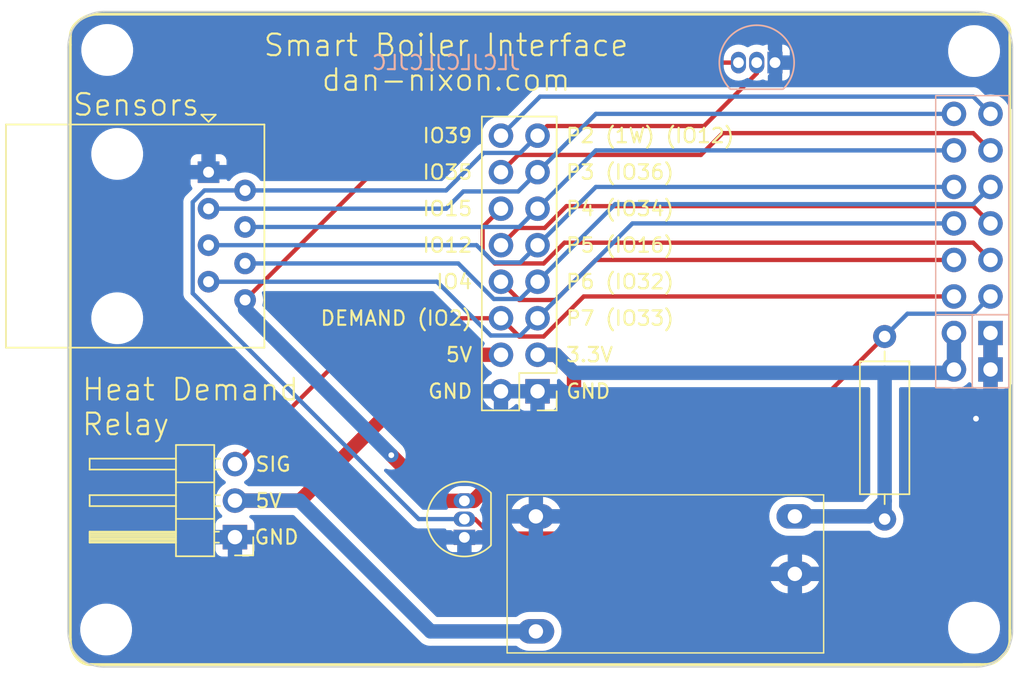
<source format=kicad_pcb>
(kicad_pcb (version 20221018) (generator pcbnew)
  (layers (0 "F.Cu" signal) (31 "B.Cu" signal) (34 "B.Paste" user) (35 "F.Paste" user) (36 "B.SilkS" user "B.Silkscreen") (37 "F.SilkS" user "F.Silkscreen") (38 "B.Mask" user) (39 "F.Mask" user) (44 "Edge.Cuts" user))
  (net 0 "")
  (net 1 "GND")
  (net 2 "/ONEWIRE")
  (net 3 "/P3")
  (net 4 "/P4")
  (net 5 "/P5")
  (net 6 "/P6")
  (net 7 "/P7")
  (net 8 "+3.3V")
  (net 9 "+5V")
  (net 10 "/HEAT_DEMAND_RELAY")
  (net 11 "/IO4")
  (net 12 "/IO12")
  (net 13 "/IO15")
  (net 14 "/IO35")
  (net 15 "/IO39")
  (footprint "Resistor_THT:R_Axial_DIN0309_L9.0mm_D3.2mm_P12.70mm_Horizontal" (layer "F.Cu") (at 128.27 92.71 90)
    (fp_text reference "R1" hide)
    (fp_text value "4k7")
    (fp_line (start 1.04 0) (end 1.73 0) (stroke (width 0.12)) (layer "F.SilkS"))
    (fp_line (start 1.73 -1.72) (end 1.73 1.72) (stroke (width 0.12)) (layer "F.SilkS"))
    (fp_line (start 1.73 1.72) (end 10.97 1.72) (stroke (width 0.12)) (layer "F.SilkS"))
    (fp_line (start 10.97 -1.72) (end 1.73 -1.72) (stroke (width 0.12)) (layer "F.SilkS"))
    (fp_line (start 10.97 1.72) (end 10.97 -1.72) (stroke (width 0.12)) (layer "F.SilkS"))
    (fp_line (start 11.66 0) (end 10.97 0) (stroke (width 0.12)) (layer "F.SilkS"))
    (pad "1" thru_hole circle (at 0 0 90) (size 1.6 1.6) (drill 0.8) (layers "*.Cu" "*.Mask") (net 8 "+3.3V"))
    (pad "2" thru_hole oval (at 12.7 0 90) (size 1.6 1.6) (drill 0.8) (layers "*.Cu" "*.Mask") (net 2 "/ONEWIRE"))
  )
  (footprint "esphome_devices:LILYGO-T-INTERNET-POE" (layer "F.Cu") (at 134.358 73.415)
    (fp_text reference "U1" hide)
    (fp_text value "LILYGO-T-INTERNET-POE" hide)
    (fp_line (start -2.54 5.08) (end 2.54 5.08) (stroke (width 0.1)) (layer "B.SilkS"))
    (fp_line (start 0 5.08) (end 0 10.16) (stroke (width 0.1)) (layer "B.SilkS"))
    (fp_line (start 2.54 5.08) (end 0 5.08) (stroke (width 0.1)) (layer "B.SilkS"))
    (fp_rect (start -2.54 -10.16) (end 2.54 10.16) (stroke (width 0.1)) (fill none) (layer "B.SilkS"))
    (fp_line (start -62.6872 -13.6906) (end -62.6872 -14.279905) (stroke (width 0.2)) (layer "F.SilkS"))
    (fp_line (start -62.6872 27.6352) (end -62.6872 -13.6906) (stroke (width 0.2)) (layer "F.SilkS"))
    (fp_line (start -62.6872 27.708537) (end -62.6872 27.6352) (stroke (width 0.2)) (layer "F.SilkS"))
    (fp_line (start -62.3316 -15.1384) (end -62.238496 -15.231504) (stroke (width 0.2)) (layer "F.SilkS"))
    (fp_line (start -61.3156 29.4132) (end 0.889 29.4132) (stroke (width 0.2)) (layer "F.SilkS"))
    (fp_line (start -61.269905 29.4132) (end -61.1378 29.4132) (stroke (width 0.2)) (layer "F.SilkS"))
    (fp_line (start -60.8076 -15.8242) (end 0.5588 -15.8242) (stroke (width 0.2)) (layer "F.SilkS"))
    (fp_line (start -0.6096 29.4132) (end 0.528731 29.4132) (stroke (width 0.2)) (layer "F.SilkS"))
    (fp_line (start 0.5588 -15.8242) (end 0.987737 -15.8242) (stroke (width 0.2)) (layer "F.SilkS"))
    (fp_line (start 1.929653 28.982147) (end 2.1844 28.7274) (stroke (width 0.2)) (layer "F.SilkS"))
    (fp_line (start 2.6162 -13.9954) (end 2.6162 -14.59087) (stroke (width 0.2)) (layer "F.SilkS"))
    (fp_line (start 2.6162 -13.9954) (end 2.6162 -14.243985) (stroke (width 0.2)) (layer "F.SilkS"))
    (fp_line (start 2.6162 27.684943) (end 2.6162 -13.9954) (stroke (width 0.2)) (layer "F.SilkS"))
    (fp_line (start 2.6162 27.684943) (end 2.6162 27.0002) (stroke (width 0.2)) (layer "F.SilkS"))
    (fp_arc (start -62.6872 -14.279905) (mid -62.594783 -14.744519) (end -62.3316 -15.1384) (stroke (width 0.2)) (layer "F.SilkS"))
    (fp_arc (start -62.238496 -15.231504) (mid -61.581995 -15.670163) (end -60.8076 -15.8242) (stroke (width 0.2)) (layer "F.SilkS"))
    (fp_arc (start -62.1284 29.0576) (mid -62.541973 28.438645) (end -62.6872 27.708537) (stroke (width 0.2)) (layer "F.SilkS"))
    (fp_arc (start -61.269905 29.4132) (mid -61.734519 29.320783) (end -62.1284 29.0576) (stroke (width 0.2)) (layer "F.SilkS"))
    (fp_arc (start 0.987737 -15.8242) (mid 1.717847 -15.678979) (end 2.3368 -15.2654) (stroke (width 0.2)) (layer "F.SilkS"))
    (fp_arc (start 1.929653 28.982147) (mid 1.452201 29.301181) (end 0.889 29.4132) (stroke (width 0.2)) (layer "F.SilkS"))
    (fp_arc (start 2.3368 -15.2654) (mid 2.543582 -14.955923) (end 2.6162 -14.59087) (stroke (width 0.2)) (layer "F.SilkS"))
    (fp_arc (start 2.6162 27.684943) (mid 2.503983 28.249118) (end 2.1844 28.7274) (stroke (width 0.2)) (layer "F.SilkS"))
    (pad "" np_thru_hole circle (at -60.198 26.9748) (size 3.2 3.2) (drill 3.2) (layers "F&B.Cu" "*.Mask"))
    (pad "" np_thru_hole circle (at -60.1218 -13.335) (size 3.2 3.2) (drill 3.2) (layers "F&B.Cu" "*.Mask"))
    (pad "" np_thru_hole circle (at 0.127 -13.2588) (size 3.2 3.2) (drill 3.2) (layers "F&B.Cu" "*.Mask"))
    (pad "" np_thru_hole circle (at 0.127 26.8478) (size 3.2 3.2) (drill 3.2) (layers "F&B.Cu" "*.Mask"))
    (pad "1" thru_hole circle (at -1.27 -8.89) (size 1.7 1.7) (drill 1) (layers "*.Cu" "*.Mask") (net 3 "/P3"))
    (pad "2" thru_hole circle (at 1.27 -8.89) (size 1.7 1.7) (drill 1) (layers "*.Cu" "*.Mask") (net 15 "/IO39"))
    (pad "3" thru_hole circle (at -1.27 -6.35) (size 1.7 1.7) (drill 1) (layers "*.Cu" "*.Mask") (net 4 "/P4"))
    (pad "4" thru_hole circle (at 1.27 -6.35) (size 1.7 1.7) (drill 1) (layers "*.Cu" "*.Mask") (net 14 "/IO35"))
    (pad "5" thru_hole circle (at -1.27 -3.81) (size 1.7 1.7) (drill 1) (layers "*.Cu" "*.Mask") (net 5 "/P5"))
    (pad "6" thru_hole circle (at 1.27 -3.81) (size 1.7 1.7) (drill 1) (layers "*.Cu" "*.Mask") (net 6 "/P6"))
    (pad "7" thru_hole circle (at -1.27 -1.27) (size 1.7 1.7) (drill 1) (layers "*.Cu" "*.Mask") (net 7 "/P7"))
    (pad "8" thru_hole circle (at 1.27 -1.27) (size 1.7 1.7) (drill 1) (layers "*.Cu" "*.Mask") (net 12 "/IO12"))
    (pad "9" thru_hole circle (at -1.27 1.27) (size 1.7 1.7) (drill 1) (layers "*.Cu" "*.Mask") (net 11 "/IO4"))
    (pad "10" thru_hole circle (at 1.27 1.27) (size 1.7 1.7) (drill 1) (layers "*.Cu" "*.Mask") (net 13 "/IO15"))
    (pad "11" thru_hole circle (at -1.27 3.81) (size 1.7 1.7) (drill 1) (layers "*.Cu" "*.Mask") (net 10 "/HEAT_DEMAND_RELAY"))
    (pad "12" thru_hole circle (at 1.27 3.81) (size 1.7 1.7) (drill 1) (layers "*.Cu" "*.Mask") (net 2 "/ONEWIRE"))
    (pad "13" thru_hole circle (at -1.27 6.35) (size 1.7 1.7) (drill 1) (layers "*.Cu" "*.Mask") (net 8 "+3.3V"))
    (pad "14" thru_hole rect (at 1.27 6.35) (size 1.7 1.7) (drill 1) (layers "*.Cu" "*.Mask") (net 1 "GND"))
    (pad "15" thru_hole circle (at -1.27 8.89) (size 1.7 1.7) (drill 1) (layers "*.Cu" "*.Mask") (net 8 "+3.3V"))
    (pad "16" thru_hole rect (at 1.27 8.89) (size 1.7 1.7) (drill 1) (layers "*.Cu" "*.Mask") (net 1 "GND"))
  )
  (footprint "Connector_PinHeader_2.54mm:PinHeader_2x08_P2.54mm_Vertical" (layer "F.Cu") (at 104.145 83.82 180)
    (fp_text reference "J2" hide)
    (fp_text value "Conn_02x08_Odd_Even" hide)
    (fp_line (start -1.33 -1.33) (end 0 -1.33) (stroke (width 0.12)) (layer "F.SilkS"))
    (fp_line (start -1.33 0) (end -1.33 -1.33) (stroke (width 0.12)) (layer "F.SilkS"))
    (fp_line (start -1.33 1.27) (end -1.33 19.11) (stroke (width 0.12)) (layer "F.SilkS"))
    (fp_line (start -1.33 1.27) (end 1.27 1.27) (stroke (width 0.12)) (layer "F.SilkS"))
    (fp_line (start -1.33 19.11) (end 3.87 19.11) (stroke (width 0.12)) (layer "F.SilkS"))
    (fp_line (start 1.27 -1.33) (end 3.87 -1.33) (stroke (width 0.12)) (layer "F.SilkS"))
    (fp_line (start 1.27 1.27) (end 1.27 -1.33) (stroke (width 0.12)) (layer "F.SilkS"))
    (fp_line (start 3.87 -1.33) (end 3.87 19.11) (stroke (width 0.12)) (layer "F.SilkS"))
    (pad "1" thru_hole rect (at 0 0 180) (size 1.7 1.7) (drill 1) (layers "*.Cu" "*.Mask") (net 1 "GND"))
    (pad "2" thru_hole oval (at 2.54 0 180) (size 1.7 1.7) (drill 1) (layers "*.Cu" "*.Mask") (net 1 "GND"))
    (pad "3" thru_hole oval (at 0 2.54 180) (size 1.7 1.7) (drill 1) (layers "*.Cu" "*.Mask") (net 8 "+3.3V"))
    (pad "4" thru_hole oval (at 2.54 2.54 180) (size 1.7 1.7) (drill 1) (layers "*.Cu" "*.Mask") (net 9 "+5V"))
    (pad "5" thru_hole oval (at 0 5.08 180) (size 1.7 1.7) (drill 1) (layers "*.Cu" "*.Mask") (net 7 "/P7"))
    (pad "6" thru_hole oval (at 2.54 5.08 180) (size 1.7 1.7) (drill 1) (layers "*.Cu" "*.Mask") (net 10 "/HEAT_DEMAND_RELAY"))
    (pad "7" thru_hole oval (at 0 7.62 180) (size 1.7 1.7) (drill 1) (layers "*.Cu" "*.Mask") (net 6 "/P6"))
    (pad "8" thru_hole oval (at 2.54 7.62 180) (size 1.7 1.7) (drill 1) (layers "*.Cu" "*.Mask") (net 11 "/IO4"))
    (pad "9" thru_hole oval (at 0 10.16 180) (size 1.7 1.7) (drill 1) (layers "*.Cu" "*.Mask") (net 5 "/P5"))
    (pad "10" thru_hole oval (at 2.54 10.16 180) (size 1.7 1.7) (drill 1) (layers "*.Cu" "*.Mask") (net 12 "/IO12"))
    (pad "11" thru_hole oval (at 0 12.7 180) (size 1.7 1.7) (drill 1) (layers "*.Cu" "*.Mask") (net 4 "/P4"))
    (pad "12" thru_hole oval (at 2.54 12.7 180) (size 1.7 1.7) (drill 1) (layers "*.Cu" "*.Mask") (net 13 "/IO15"))
    (pad "13" thru_hole oval (at 0 15.24 180) (size 1.7 1.7) (drill 1) (layers "*.Cu" "*.Mask") (net 3 "/P3"))
    (pad "14" thru_hole oval (at 2.54 15.24 180) (size 1.7 1.7) (drill 1) (layers "*.Cu" "*.Mask") (net 14 "/IO35"))
    (pad "15" thru_hole oval (at 0 17.78 180) (size 1.7 1.7) (drill 1) (layers "*.Cu" "*.Mask") (net 2 "/ONEWIRE"))
    (pad "16" thru_hole oval (at 2.54 17.78 180) (size 1.7 1.7) (drill 1) (layers "*.Cu" "*.Mask") (net 15 "/IO39"))
  )
  (footprint "esphome_devices:3V3-BOOST-REG-MODULE" (layer "F.Cu") (at 113.03 96.52 180)
    (fp_text reference "U2" hide)
    (fp_text value "3V3-BOOST-REG-MODULE")
    (fp_line (start -11 5.5) (end -11 -5.5) (stroke (width 0.1)) (layer "F.SilkS"))
    (fp_line (start -11 5.5) (end 11 5.5) (stroke (width 0.1)) (layer "F.SilkS"))
    (fp_line (start 11 -5.5) (end -11 -5.5) (stroke (width 0.1)) (layer "F.SilkS"))
    (fp_line (start 11 -5.5) (end 11 5.5) (stroke (width 0.1)) (layer "F.SilkS"))
    (pad "1" thru_hole oval (at -9 0 180) (size 2.55 1.7) (drill 1) (layers "*.Cu" "*.Mask") (net 1 "GND"))
    (pad "2" thru_hole oval (at -9 4 180) (size 2.55 1.7) (drill 1) (layers "*.Cu" "*.Mask") (net 8 "+3.3V"))
    (pad "3" thru_hole oval (at 9 -4 180) (size 2.55 1.7) (drill 1) (layers "*.Cu" "*.Mask") (net 9 "+5V"))
    (pad "4" thru_hole oval (at 9 4 180) (size 2.55 1.7) (drill 1) (layers "*.Cu" "*.Mask") (net 1 "GND"))
  )
  (footprint "Connector_PinHeader_2.54mm:PinHeader_1x03_P2.54mm_Horizontal" (layer "F.Cu") (at 83.115 93.965 180)
    (fp_text reference "J3" hide)
    (fp_text value "Heat Demand Relay" hide)
    (fp_line (start -1.27 -1.27) (end 0 -1.27) (stroke (width 0.12)) (layer "F.SilkS"))
    (fp_line (start -1.27 0) (end -1.27 -1.27) (stroke (width 0.12)) (layer "F.SilkS"))
    (fp_line (start 1.042929 2.16) (end 1.44 2.16) (stroke (width 0.12)) (layer "F.SilkS"))
    (fp_line (start 1.042929 2.92) (end 1.44 2.92) (stroke (width 0.12)) (layer "F.SilkS"))
    (fp_line (start 1.042929 4.7) (end 1.44 4.7) (stroke (width 0.12)) (layer "F.SilkS"))
    (fp_line (start 1.042929 5.46) (end 1.44 5.46) (stroke (width 0.12)) (layer "F.SilkS"))
    (fp_line (start 1.11 -0.38) (end 1.44 -0.38) (stroke (width 0.12)) (layer "F.SilkS"))
    (fp_line (start 1.11 0.38) (end 1.44 0.38) (stroke (width 0.12)) (layer "F.SilkS"))
    (fp_line (start 1.44 -1.33) (end 1.44 6.41) (stroke (width 0.12)) (layer "F.SilkS"))
    (fp_line (start 1.44 1.27) (end 4.1 1.27) (stroke (width 0.12)) (layer "F.SilkS"))
    (fp_line (start 1.44 3.81) (end 4.1 3.81) (stroke (width 0.12)) (layer "F.SilkS"))
    (fp_line (start 1.44 6.41) (end 4.1 6.41) (stroke (width 0.12)) (layer "F.SilkS"))
    (fp_line (start 4.1 -1.33) (end 1.44 -1.33) (stroke (width 0.12)) (layer "F.SilkS"))
    (fp_line (start 4.1 -0.38) (end 10.1 -0.38) (stroke (width 0.12)) (layer "F.SilkS"))
    (fp_line (start 4.1 -0.32) (end 10.1 -0.32) (stroke (width 0.12)) (layer "F.SilkS"))
    (fp_line (start 4.1 -0.2) (end 10.1 -0.2) (stroke (width 0.12)) (layer "F.SilkS"))
    (fp_line (start 4.1 -0.08) (end 10.1 -0.08) (stroke (width 0.12)) (layer "F.SilkS"))
    (fp_line (start 4.1 0.04) (end 10.1 0.04) (stroke (width 0.12)) (layer "F.SilkS"))
    (fp_line (start 4.1 0.16) (end 10.1 0.16) (stroke (width 0.12)) (layer "F.SilkS"))
    (fp_line (start 4.1 0.28) (end 10.1 0.28) (stroke (width 0.12)) (layer "F.SilkS"))
    (fp_line (start 4.1 2.16) (end 10.1 2.16) (stroke (width 0.12)) (layer "F.SilkS"))
    (fp_line (start 4.1 4.7) (end 10.1 4.7) (stroke (width 0.12)) (layer "F.SilkS"))
    (fp_line (start 4.1 6.41) (end 4.1 -1.33) (stroke (width 0.12)) (layer "F.SilkS"))
    (fp_line (start 10.1 -0.38) (end 10.1 0.38) (stroke (width 0.12)) (layer "F.SilkS"))
    (fp_line (start 10.1 0.38) (end 4.1 0.38) (stroke (width 0.12)) (layer "F.SilkS"))
    (fp_line (start 10.1 2.16) (end 10.1 2.92) (stroke (width 0.12)) (layer "F.SilkS"))
    (fp_line (start 10.1 2.92) (end 4.1 2.92) (stroke (width 0.12)) (layer "F.SilkS"))
    (fp_line (start 10.1 4.7) (end 10.1 5.46) (stroke (width 0.12)) (layer "F.SilkS"))
    (fp_line (start 10.1 5.46) (end 4.1 5.46) (stroke (width 0.12)) (layer "F.SilkS"))
    (pad "1" thru_hole rect (at 0 0 180) (size 1.7 1.7) (drill 1) (layers "*.Cu" "*.Mask") (net 1 "GND"))
    (pad "2" thru_hole oval (at 0 2.54 180) (size 1.7 1.7) (drill 1) (layers "*.Cu" "*.Mask") (net 9 "+5V"))
    (pad "3" thru_hole oval (at 0 5.08 180) (size 1.7 1.7) (drill 1) (layers "*.Cu" "*.Mask") (net 10 "/HEAT_DEMAND_RELAY"))
  )
  (footprint "Connector_RJ:RJ45_Amphenol_54602-x08_Horizontal" (layer "F.Cu") (at 81.28 68.58 -90)
    (fp_text reference "J1" hide)
    (fp_text value "Sensors")
    (fp_line (start -4 -0.5) (end -4 0.5) (stroke (width 0.12)) (layer "F.SilkS"))
    (fp_line (start -4 0.5) (end -3.5 0) (stroke (width 0.12)) (layer "F.SilkS"))
    (fp_line (start -3.5 0) (end -4 -0.5) (stroke (width 0.12)) (layer "F.SilkS"))
    (fp_line (start -3.315 -3.88) (end -3.315 14.08) (stroke (width 0.12)) (layer "F.SilkS"))
    (fp_line (start -3.315 14.08) (end 12.205 14.08) (stroke (width 0.12)) (layer "F.SilkS"))
    (fp_line (start 12.205 -3.88) (end -3.315 -3.88) (stroke (width 0.12)) (layer "F.SilkS"))
    (fp_line (start 12.205 -3.88) (end 12.205 14.08) (stroke (width 0.12)) (layer "F.SilkS"))
    (pad "" np_thru_hole circle (at -1.27 6.35 270) (size 3.2 3.2) (drill 3.2) (layers "*.Cu" "*.Mask"))
    (pad "" np_thru_hole circle (at 10.16 6.35 270) (size 3.2 3.2) (drill 3.2) (layers "*.Cu" "*.Mask"))
    (pad "1" thru_hole rect (at 0 0 270) (size 1.5 1.5) (drill 0.76) (layers "*.Cu" "*.Mask") (net 1 "GND"))
    (pad "2" thru_hole circle (at 1.27 -2.54 270) (size 1.5 1.5) (drill 0.76) (layers "*.Cu" "*.Mask") (net 2 "/ONEWIRE"))
    (pad "3" thru_hole circle (at 2.54 0 270) (size 1.5 1.5) (drill 0.76) (layers "*.Cu" "*.Mask") (net 3 "/P3"))
    (pad "4" thru_hole circle (at 3.81 -2.54 270) (size 1.5 1.5) (drill 0.76) (layers "*.Cu" "*.Mask") (net 4 "/P4"))
    (pad "5" thru_hole circle (at 5.08 0 270) (size 1.5 1.5) (drill 0.76) (layers "*.Cu" "*.Mask") (net 5 "/P5"))
    (pad "6" thru_hole circle (at 6.35 -2.54 270) (size 1.5 1.5) (drill 0.76) (layers "*.Cu" "*.Mask") (net 6 "/P6"))
    (pad "7" thru_hole circle (at 7.62 0 270) (size 1.5 1.5) (drill 0.76) (layers "*.Cu" "*.Mask") (net 7 "/P7"))
    (pad "8" thru_hole circle (at 8.89 -2.54 270) (size 1.5 1.5) (drill 0.76) (layers "*.Cu" "*.Mask") (net 8 "+3.3V"))
  )
  (footprint "Package_TO_SOT_THT:TO-92_Inline" (layer "F.Cu") (at 99.06 93.98 90)
    (fp_text reference "U3" hide)
    (fp_text value "DS18B20" hide)
    (fp_line (start -0.53 1.85) (end 3.07 1.85) (stroke (width 0.12)) (layer "F.SilkS"))
    (fp_arc (start -0.568478 1.838478) (mid -1.132087 -0.994977) (end 1.27 -2.6) (stroke (width 0.12)) (layer "F.SilkS"))
    (fp_arc (start 1.27 -2.6) (mid 3.672087 -0.994977) (end 3.108478 1.838478) (stroke (width 0.12)) (layer "F.SilkS"))
    (pad "1" thru_hole rect (at 0 0 90) (size 1.05 1.5) (drill 0.75) (layers "*.Cu" "*.Mask") (net 1 "GND"))
    (pad "2" thru_hole oval (at 1.27 0 90) (size 1.05 1.5) (drill 0.75) (layers "*.Cu" "*.Mask") (net 2 "/ONEWIRE"))
    (pad "3" thru_hole oval (at 2.54 0 90) (size 1.05 1.5) (drill 0.75) (layers "*.Cu" "*.Mask") (net 8 "+3.3V"))
  )
  (footprint "Package_TO_SOT_THT:TO-92_Inline" (layer "B.Cu") (at 120.65 60.96 180)
    (fp_text reference "U4" hide)
    (fp_text value "DS18B20" hide)
    (fp_line (start -0.53 -1.85) (end 3.07 -1.85) (stroke (width 0.12)) (layer "B.SilkS"))
    (fp_arc (start 1.27 2.6) (mid -1.132087 0.994977) (end -0.568478 -1.838478) (stroke (width 0.12)) (layer "B.SilkS"))
    (fp_arc (start 3.108478 -1.838478) (mid 3.672087 0.994977) (end 1.27 2.6) (stroke (width 0.12)) (layer "B.SilkS"))
    (pad "1" thru_hole rect (at 0 0 180) (size 1.05 1.5) (drill 0.75) (layers "*.Cu" "*.Mask") (net 1 "GND"))
    (pad "2" thru_hole oval (at 1.27 0 180) (size 1.05 1.5) (drill 0.75) (layers "*.Cu" "*.Mask") (net 2 "/ONEWIRE"))
    (pad "3" thru_hole oval (at 2.54 0 180) (size 1.05 1.5) (drill 0.75) (layers "*.Cu" "*.Mask") (net 8 "+3.3V"))
  )
  (gr_arc (start 74.001 102.997) (mid 72.233234 102.264767) (end 71.501 100.497) (stroke (width 0.1)) (layer "Edge.Cuts"))
  (gr_arc (start 134.66 57.404) (mid 136.427766 58.136233) (end 137.16 59.904) (stroke (width 0.1)) (layer "Edge.Cuts"))
  (gr_line (start 137.16 59.904) (end 137.16 100.497) (stroke (width 0.1)) (layer "Edge.Cuts"))
  (gr_arc (start 71.501 59.904) (mid 72.233233 58.136234) (end 74.001 57.404) (stroke (width 0.1)) (layer "Edge.Cuts"))
  (gr_line (start 71.501 100.497) (end 71.501 59.904) (stroke (width 0.1)) (layer "Edge.Cuts"))
  (gr_arc (start 137.16 100.497) (mid 136.427767 102.264767) (end 134.66 102.997) (stroke (width 0.1)) (layer "Edge.Cuts"))
  (gr_line (start 134.66 102.997) (end 74.001 102.997) (stroke (width 0.1)) (layer "Edge.Cuts"))
  (gr_line (start 74.001 57.404) (end 134.66 57.404) (stroke (width 0.1)) (layer "Edge.Cuts"))
  (gr_text "JLCJLCJLCJLC" (at 97.79 60.96) (layer "B.SilkS") (effects (font (size 1 1)) (justify mirror)))
  (gr_text "3.3V" (at 106.045 81.28) (layer "F.SilkS") (effects (font (size 1 1)) (justify left)))
  (gr_text "IO12" (at 99.695 73.66) (layer "F.SilkS") (effects (font (size 1 1)) (justify right)))
  (gr_text "5V" (at 84.455 91.44) (layer "F.SilkS") (effects (font (size 1 1)) (justify left)))
  (gr_text "P7 (IO33)" (at 106.045 78.74) (layer "F.SilkS") (effects (font (size 1 1)) (justify left)))
  (gr_text "GND" (at 84.385 93.965) (layer "F.SilkS") (effects (font (size 1 1)) (justify left)))
  (gr_text "5V" (at 99.695 81.28) (layer "F.SilkS") (effects (font (size 1 1)) (justify right)))
  (gr_text "P4 (IO34)" (at 106.045 71.12) (layer "F.SilkS") (effects (font (size 1 1)) (justify left)))
  (gr_text "IO4" (at 99.695 76.2) (layer "F.SilkS") (effects (font (size 1 1)) (justify right)))
  (gr_text "Smart Boiler Interface\ndan-nixon.com" (at 97.79 60.96) (layer "F.SilkS") (effects (font (size 1.5 1.5))))
  (gr_text "IO15" (at 99.695 71.12) (layer "F.SilkS") (effects (font (size 1 1)) (justify right)))
  (gr_text "SIG" (at 84.455 88.9) (layer "F.SilkS") (effects (font (size 1 1)) (justify left)))
  (gr_text "DEMAND (IO2)" (at 99.695 78.74) (layer "F.SilkS") (effects (font (size 1 1)) (justify right)))
  (gr_text "IO39" (at 99.695 66.04) (layer "F.SilkS") (effects (font (size 1 1)) (justify right)))
  (gr_text "P6 (IO32)" (at 106.045 76.2) (layer "F.SilkS") (effects (font (size 1 1)) (justify left)))
  (gr_text "Heat Demand\nRelay" (at 72.39 86.995) (layer "F.SilkS") (effects (font (size 1.5 1.5)) (justify left bottom)))
  (gr_text "GND" (at 106.045 83.82) (layer "F.SilkS") (effects (font (size 1 1)) (justify left)))
  (gr_text "Sensors" (at 71.755 64.77) (layer "F.SilkS") (effects (font (size 1.5 1.5)) (justify left bottom)))
  (gr_text "P2 (1W) (IO12)" (at 106.045 66.04) (layer "F.SilkS") (effects (font (size 1 1)) (justify left)))
  (gr_text "GND" (at 99.695 83.82) (layer "F.SilkS") (effects (font (size 1 1)) (justify right)))
  (gr_text "IO35" (at 99.695 68.58) (layer "F.SilkS") (effects (font (size 1 1)) (justify right)))
  (gr_text "P5 (IO16)" (at 106.045 73.66) (layer "F.SilkS") (effects (font (size 1 1)) (justify left)))
  (gr_text "P3 (IO36)" (at 106.045 68.58) (layer "F.SilkS") (effects (font (size 1 1)) (justify left)))
  (segment (start 135.628 79.765) (end 135.628 82.305) (width 1) (layer "F.Cu") (net 1))
  (segment (start 135.628 84.717) (end 134.62 85.725) (width 1) (layer "F.Cu") (net 1))
  (segment (start 135.628 82.305) (end 135.628 84.717) (width 1) (layer "F.Cu") (net 1))
  (via (at 134.62 85.725) (size 0.8) (drill 0.4) (layers "F.Cu" "B.Cu") (net 1))
  (segment (start 119.38 61.706325) (end 115.716669 65.369656) (width 0.3) (layer "F.Cu") (net 2))
  (segment (start 128.27 80.01) (end 114.56 93.72) (width 0.3) (layer "F.Cu") (net 2))
  (segment (start 104.815344 65.369656) (end 104.145 66.04) (width 0.3) (layer "F.Cu") (net 2))
  (segment (start 119.38 60.96) (end 119.38 61.706325) (width 0.3) (layer "F.Cu") (net 2))
  (segment (start 115.716669 65.369656) (end 104.815344 65.369656) (width 0.3) (layer "F.Cu") (net 2))
  (segment (start 99.806325 92.71) (end 99.06 92.71) (width 0.3) (layer "F.Cu") (net 2))
  (segment (start 100.816325 93.72) (end 99.806325 92.71) (width 0.3) (layer "F.Cu") (net 2))
  (segment (start 114.56 93.72) (end 100.816325 93.72) (width 0.3) (layer "F.Cu") (net 2))
  (segment (start 80.994365 69.85) (end 80.18 70.664365) (width 0.3) (layer "B.Cu") (net 2))
  (segment (start 129.855 78.425) (end 128.27 80.01) (width 0.3) (layer "B.Cu") (net 2))
  (segment (start 97.79 69.85) (end 83.82 69.85) (width 0.3) (layer "B.Cu") (net 2))
  (segment (start 83.82 69.85) (end 80.994365 69.85) (width 0.3) (layer "B.Cu") (net 2))
  (segment (start 100.4 67.24) (end 97.79 69.85) (width 0.3) (layer "B.Cu") (net 2))
  (segment (start 95.885 92.71) (end 99.06 92.71) (width 0.3) (layer "B.Cu") (net 2))
  (segment (start 104.145 66.04) (end 102.945 67.24) (width 0.3) (layer "B.Cu") (net 2))
  (segment (start 135.628 77.225) (end 134.428 78.425) (width 0.3) (layer "B.Cu") (net 2))
  (segment (start 134.428 78.425) (end 129.855 78.425) (width 0.3) (layer "B.Cu") (net 2))
  (segment (start 80.18 70.664365) (end 80.18 77.005) (width 0.3) (layer "B.Cu") (net 2))
  (segment (start 80.18 77.005) (end 95.885 92.71) (width 0.3) (layer "B.Cu") (net 2))
  (segment (start 102.945 67.24) (end 100.4 67.24) (width 0.3) (layer "B.Cu") (net 2))
  (segment (start 102.805 69.92) (end 98.99 69.92) (width 0.3) (layer "B.Cu") (net 3))
  (segment (start 98.99 69.92) (end 97.79 71.12) (width 0.3) (layer "B.Cu") (net 3))
  (segment (start 97.79 71.12) (end 81.28 71.12) (width 0.3) (layer "B.Cu") (net 3))
  (segment (start 133.088 64.525) (end 108.2 64.525) (width 0.3) (layer "B.Cu") (net 3))
  (segment (start 108.2 64.525) (end 104.145 68.58) (width 0.3) (layer "B.Cu") (net 3))
  (segment (start 104.145 68.58) (end 102.805 69.92) (width 0.3) (layer "B.Cu") (net 3))
  (segment (start 83.82 72.39) (end 102.875 72.39) (width 0.3) (layer "B.Cu") (net 4))
  (segment (start 108.2 67.065) (end 104.145 71.12) (width 0.3) (layer "B.Cu") (net 4))
  (segment (start 102.875 72.39) (end 104.145 71.12) (width 0.3) (layer "B.Cu") (net 4))
  (segment (start 133.088 67.065) (end 108.2 67.065) (width 0.3) (layer "B.Cu") (net 4))
  (segment (start 101.107943 74.86) (end 102.945 74.86) (width 0.3) (layer "B.Cu") (net 5))
  (segment (start 133.088 69.605) (end 108.2 69.605) (width 0.3) (layer "B.Cu") (net 5))
  (segment (start 99.907943 73.66) (end 101.107943 74.86) (width 0.3) (layer "B.Cu") (net 5))
  (segment (start 108.2 69.605) (end 104.145 73.66) (width 0.3) (layer "B.Cu") (net 5))
  (segment (start 102.945 74.86) (end 104.145 73.66) (width 0.3) (layer "B.Cu") (net 5))
  (segment (start 81.28 73.66) (end 99.907943 73.66) (width 0.3) (layer "B.Cu") (net 5))
  (segment (start 102.945 77.4) (end 104.145 76.2) (width 0.3) (layer "B.Cu") (net 6))
  (segment (start 135.628 69.605) (end 134.428 70.805) (width 0.3) (layer "B.Cu") (net 6))
  (segment (start 109.54 70.805) (end 104.145 76.2) (width 0.3) (layer "B.Cu") (net 6))
  (segment (start 98.637943 74.93) (end 101.107943 77.4) (width 0.3) (layer "B.Cu") (net 6))
  (segment (start 83.82 74.93) (end 98.637943 74.93) (width 0.3) (layer "B.Cu") (net 6))
  (segment (start 134.428 70.805) (end 109.54 70.805) (width 0.3) (layer "B.Cu") (net 6))
  (segment (start 101.107943 77.4) (end 102.945 77.4) (width 0.3) (layer "B.Cu") (net 6))
  (segment (start 102.945 79.94) (end 100.895 79.94) (width 0.3) (layer "B.Cu") (net 7))
  (segment (start 100.895 79.94) (end 97.155 76.2) (width 0.3) (layer "B.Cu") (net 7))
  (segment (start 104.145 78.74) (end 102.945 79.94) (width 0.3) (layer "B.Cu") (net 7))
  (segment (start 133.088 72.145) (end 110.74 72.145) (width 0.3) (layer "B.Cu") (net 7))
  (segment (start 110.74 72.145) (end 104.145 78.74) (width 0.3) (layer "B.Cu") (net 7))
  (segment (start 97.155 76.2) (end 81.28 76.2) (width 0.3) (layer "B.Cu") (net 7))
  (segment (start 104.145 81.28) (end 105.41 81.28) (width 1) (layer "F.Cu") (net 8))
  (segment (start 100.33 60.96) (end 83.82 77.47) (width 0.3) (layer "F.Cu") (net 8))
  (segment (start 106.68 82.55) (end 106.68 84.455) (width 1) (layer "F.Cu") (net 8))
  (segment (start 99.06 91.44) (end 97.155 91.44) (width 1) (layer "F.Cu") (net 8))
  (segment (start 118.11 60.96) (end 100.33 60.96) (width 0.3) (layer "F.Cu") (net 8))
  (segment (start 97.155 91.44) (end 93.98 88.265) (width 1) (layer "F.Cu") (net 8))
  (segment (start 105.41 81.28) (end 106.68 82.55) (width 1) (layer "F.Cu") (net 8))
  (segment (start 99.695 91.44) (end 99.06 91.44) (width 1) (layer "F.Cu") (net 8))
  (segment (start 106.68 84.455) (end 99.695 91.44) (width 1) (layer "F.Cu") (net 8))
  (via (at 93.98 88.265) (size 0.8) (drill 0.4) (layers "F.Cu" "B.Cu") (net 8))
  (segment (start 128.27 82.535) (end 106.665 82.535) (width 1) (layer "B.Cu") (net 8))
  (segment (start 128.27 82.535) (end 132.858 82.535) (width 1) (layer "B.Cu") (net 8))
  (segment (start 133.088 79.765) (end 133.088 82.305) (width 1) (layer "B.Cu") (net 8))
  (segment (start 105.41 81.28) (end 104.145 81.28) (width 1) (layer "B.Cu") (net 8))
  (segment (start 93.98 88.265) (end 83.82 78.105) (width 1) (layer "B.Cu") (net 8))
  (segment (start 128.27 91.44) (end 128.27 82.535) (width 1) (layer "B.Cu") (net 8))
  (segment (start 128.08 92.52) (end 128.27 92.71) (width 1) (layer "B.Cu") (net 8))
  (segment (start 128.27 92.71) (end 128.27 91.44) (width 1) (layer "B.Cu") (net 8))
  (segment (start 106.665 82.535) (end 105.41 81.28) (width 1) (layer "B.Cu") (net 8))
  (segment (start 127.19 92.52) (end 128.27 91.44) (width 1) (layer "B.Cu") (net 8))
  (segment (start 132.858 82.535) (end 133.088 82.305) (width 1) (layer "B.Cu") (net 8))
  (segment (start 122.03 92.52) (end 127.19 92.52) (width 1) (layer "B.Cu") (net 8))
  (segment (start 83.82 78.105) (end 83.82 77.47) (width 1) (layer "B.Cu") (net 8))
  (segment (start 101.605 81.28) (end 97.79 81.28) (width 1) (layer "F.Cu") (net 9))
  (segment (start 87.615 91.425) (end 83.115 91.425) (width 1) (layer "F.Cu") (net 9))
  (segment (start 87.63 91.44) (end 87.615 91.425) (width 1) (layer "F.Cu") (net 9))
  (segment (start 97.79 81.28) (end 87.63 91.44) (width 1) (layer "F.Cu") (net 9))
  (segment (start 96.71 100.52) (end 104.03 100.52) (width 1) (layer "B.Cu") (net 9))
  (segment (start 83.115 91.425) (end 87.615 91.425) (width 1) (layer "B.Cu") (net 9))
  (segment (start 87.615 91.425) (end 96.71 100.52) (width 1) (layer "B.Cu") (net 9))
  (segment (start 107.357057 77.225) (end 104.572057 80.01) (width 0.3) (layer "F.Cu") (net 10))
  (segment (start 102.875 80.01) (end 101.605 78.74) (width 0.3) (layer "F.Cu") (net 10))
  (segment (start 133.088 77.225) (end 107.357057 77.225) (width 0.3) (layer "F.Cu") (net 10))
  (segment (start 101.605 78.74) (end 93.26 78.74) (width 0.3) (layer "F.Cu") (net 10))
  (segment (start 104.572057 80.01) (end 102.875 80.01) (width 0.3) (layer "F.Cu") (net 10))
  (segment (start 93.26 78.74) (end 83.115 88.885) (width 0.3) (layer "F.Cu") (net 10))
  (segment (start 105.41 77.47) (end 108.195 74.685) (width 0.3) (layer "F.Cu") (net 11))
  (segment (start 101.605 76.2) (end 102.875 77.47) (width 0.3) (layer "F.Cu") (net 11))
  (segment (start 102.875 77.47) (end 105.41 77.47) (width 0.3) (layer "F.Cu") (net 11))
  (segment (start 108.195 74.685) (end 133.088 74.685) (width 0.3) (layer "F.Cu") (net 11))
  (segment (start 135.628 72.145) (end 134.428 70.945) (width 0.3) (layer "F.Cu") (net 12))
  (segment (start 102.805 72.46) (end 101.605 73.66) (width 0.3) (layer "F.Cu") (net 12))
  (segment (start 106.157057 70.945) (end 104.642057 72.46) (width 0.3) (layer "F.Cu") (net 12))
  (segment (start 104.642057 72.46) (end 102.805 72.46) (width 0.3) (layer "F.Cu") (net 12))
  (segment (start 134.428 70.945) (end 106.157057 70.945) (width 0.3) (layer "F.Cu") (net 12))
  (segment (start 100.33 72.395) (end 101.605 71.12) (width 0.3) (layer "F.Cu") (net 13))
  (segment (start 135.628 74.685) (end 134.428 73.485) (width 0.3) (layer "F.Cu") (net 13))
  (segment (start 100.33 74.082057) (end 100.33 72.395) (width 0.3) (layer "F.Cu") (net 13))
  (segment (start 106.017057 73.485) (end 104.572057 74.93) (width 0.3) (layer "F.Cu") (net 13))
  (segment (start 104.572057 74.93) (end 101.177943 74.93) (width 0.3) (layer "F.Cu") (net 13))
  (segment (start 134.428 73.485) (end 106.017057 73.485) (width 0.3) (layer "F.Cu") (net 13))
  (segment (start 101.177943 74.93) (end 100.33 74.082057) (width 0.3) (layer "F.Cu") (net 13))
  (segment (start 102.805 67.38) (end 101.605 68.58) (width 0.3) (layer "F.Cu") (net 14))
  (segment (start 117.015 65.865) (end 115.5 67.38) (width 0.3) (layer "F.Cu") (net 14))
  (segment (start 135.628 67.065) (end 134.428 65.865) (width 0.3) (layer "F.Cu") (net 14))
  (segment (start 115.5 67.38) (end 102.805 67.38) (width 0.3) (layer "F.Cu") (net 14))
  (segment (start 134.428 65.865) (end 117.015 65.865) (width 0.3) (layer "F.Cu") (net 14))
  (segment (start 135.628 64.525) (end 134.428 63.325) (width 0.3) (layer "B.Cu") (net 15))
  (segment (start 104.32 63.325) (end 101.605 66.04) (width 0.3) (layer "B.Cu") (net 15))
  (segment (start 134.428 63.325) (end 104.32 63.325) (width 0.3) (layer "B.Cu") (net 15))
  (zone (net 1) (net_name "GND") (layer "B.Cu") (connect_pads (clearance 0.5)) (min_thickness 0.25) (fill yes (thermal_gap 0.5) (thermal_bridge_width 1))
    (polygon (pts (xy 71.12 57.15) (xy 137.16 57.15) (xy 137.16 102.87) (xy 71.12 102.87)))
  )
)
</source>
